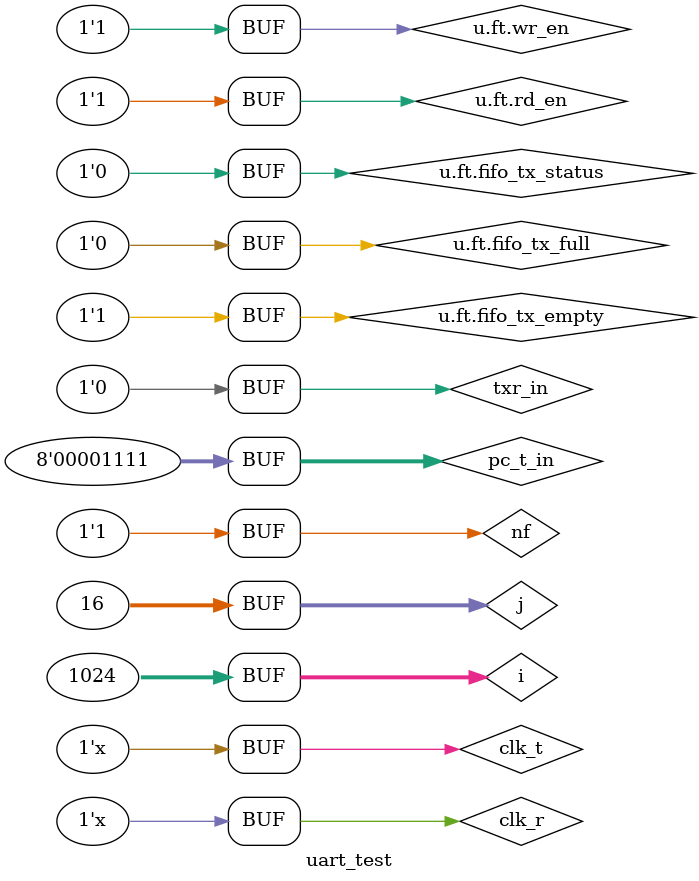
<source format=v>
module uart_test;
    
    reg[7:0] pc_t_in;
    //reg[7:0] pc_r_in;
    //reg txr_in;
    reg clk_t;
    reg clk_r;
    wire ok;
    integer i,j;

    uart u(.pc_in_t(pc_t_in),.clk_t_in(clk_t),.clk_r_in(clk_r),.done(ok));
    
    initial
      begin
        txr_in = 0;
        clk_t = 0;
        clk_r = 0;
        nf = 1;
        u.ft.wr_en = 0;
        u.ft.rd_en = 0;
        u.ft.fifo_tx_status = 0;
        u.ft.fifo_tx_empty = 1;
        u.ft.fifo_tx_full = 0;
      end
 
    initial
      begin
        for(i=0;i<1024;i=i+1)
          begin
            //u.t.mem_t[i] = i;
            u.r.mem_r[i] = 0;
          end
      end
      
    initial
      begin
        for(j=0;j<16;j=j+1)
          begin
            #3 pc_t_in = j;
          end
      end
      
    always
        #5 clk_t = ~clk_t;
        
    always
        #5 clk_r = ~clk_r;
        
    initial
      begin
        #1 u.ft.wr_en = 1;
           u.ft.rd_en = 1;
      end    
          
    /*initial
      begin
         #5      pc_t_in = 8'd119;
         #5      txr_in = 1'b1;
         #5      pc_r_in = 8'd119; 
         #5      txr_in = 1'b0;                    
         #86895  pc_t_in = 8'd219;
         #5      txr_in = 1'b1;
         #5      pc_r_in = 8'd219; 
         #86905  $finish;
         
      end*/
     
        
        
endmodule

</source>
